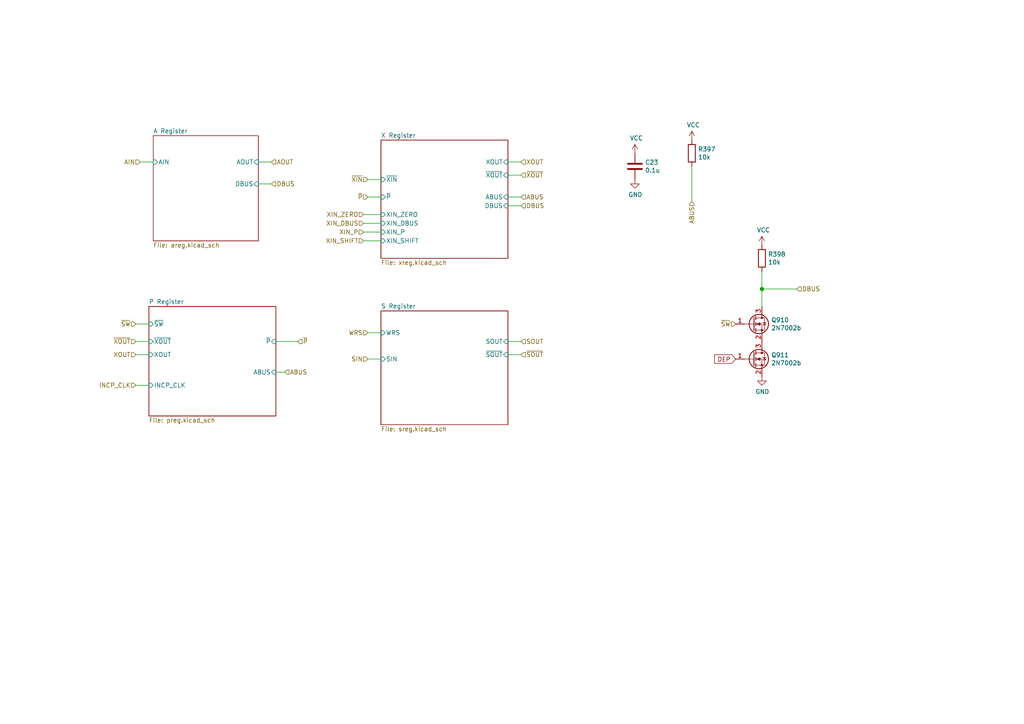
<source format=kicad_sch>
(kicad_sch (version 20210126) (generator eeschema)
  (paper "A4")
  (title_block (title "Q2 Bit Slice") (date "2021-02-05") (rev "1") (company "joewing.net"))
  (lib_symbols
    (symbol "Device:C" (pin_numbers hide) (pin_names (offset 0.254))
      (property "Reference" "C" (at 0.635 2.54 0))
      (property "Value" "C" (at 0.635 -2.54 0))
      (symbol "C_0_1"
        (polyline (pts (xy -2.032 -0.762) (xy 2.032 -0.762)) (stroke (width 0.508)))
        (polyline (pts (xy -2.032 0.762) (xy 2.032 0.762)) (stroke (width 0.508)))
      )
      (symbol "C_1_1"
        (pin passive line (at 0 3.81 270) (length 2.794) (name "~") (number "1"))
        (pin passive line (at 0 -3.81 90) (length 2.794) (name "~") (number "2"))
      )
    )
    (symbol "Device:R" (pin_numbers hide) (pin_names (offset 0))
      (property "Reference" "R" (at 2.032 0 90))
      (property "Value" "R" (at 0 0 90))
      (symbol "R_0_1"
        (rectangle (start -1.016 -2.54) (end 1.016 2.54) (stroke (width 0.254)))
      )
      (symbol "R_1_1"
        (pin passive line (at 0 3.81 270) (length 1.27) (name "~") (number "1"))
        (pin passive line (at 0 -3.81 90) (length 1.27) (name "~") (number "2"))
      )
    )
    (symbol "Transistor_FET:2N7002" (pin_names hide)
      (property "Reference" "Q" (at 5.08 1.905 0))
      (property "Value" "2N7002" (at 5.08 0 0))
      (symbol "2N7002_0_1"
        (circle (center 1.651 0) (radius 2.794) (stroke (width 0.254)))
        (circle (center 2.54 -1.778) (radius 0.254) (fill (type outline)))
        (circle (center 2.54 1.778) (radius 0.254) (fill (type outline)))
        (polyline (pts (xy 0.254 0) (xy -2.54 0)))
        (polyline (pts (xy 0.254 1.905) (xy 0.254 -1.905)) (stroke (width 0.254)))
        (polyline (pts (xy 0.762 -1.27) (xy 0.762 -2.286)) (stroke (width 0.254)))
        (polyline (pts (xy 0.762 0.508) (xy 0.762 -0.508)) (stroke (width 0.254)))
        (polyline (pts (xy 0.762 2.286) (xy 0.762 1.27)) (stroke (width 0.254)))
        (polyline (pts (xy 2.54 2.54) (xy 2.54 1.778)))
        (polyline (pts (xy 2.54 -2.54) (xy 2.54 0) (xy 0.762 0)))
        (polyline (pts (xy 0.762 -1.778) (xy 3.302 -1.778) (xy 3.302 1.778) (xy 0.762 1.778)))
        (polyline (pts (xy 1.016 0) (xy 2.032 0.381) (xy 2.032 -0.381) (xy 1.016 0)) (fill (type outline)))
        (polyline (pts (xy 2.794 0.508) (xy 2.921 0.381) (xy 3.683 0.381) (xy 3.81 0.254)))
        (polyline (pts (xy 3.302 0.381) (xy 2.921 -0.254) (xy 3.683 -0.254) (xy 3.302 0.381)))
      )
      (symbol "2N7002_1_1"
        (pin input line (at -5.08 0 0) (length 2.54) (name "G") (number "1"))
        (pin passive line (at 2.54 -5.08 90) (length 2.54) (name "S") (number "2"))
        (pin passive line (at 2.54 5.08 270) (length 2.54) (name "D") (number "3"))
      )
    )
    (symbol "power:GND" (power) (pin_names (offset 0))
      (property "Value" "GND" (at 0 -3.81 0))
      (symbol "GND_0_1"
        (polyline (pts (xy 0 0) (xy 0 -1.27) (xy 1.27 -1.27) (xy 0 -2.54) (xy -1.27 -1.27) (xy 0 -1.27)))
      )
      (symbol "GND_1_1"
        (pin power_in line (at 0 0 270) (length 0) hide (name "GND") (number "1"))
      )
    )
    (symbol "power:VCC" (power) (pin_names (offset 0))
      (property "Value" "VCC" (at 0 3.81 0))
      (symbol "VCC_0_1"
        (polyline (pts (xy -0.762 1.27) (xy 0 2.54)))
        (polyline (pts (xy 0 0) (xy 0 2.54)))
        (polyline (pts (xy 0 2.54) (xy 0.762 1.27)))
      )
      (symbol "VCC_1_1"
        (pin power_in line (at 0 0 90) (length 0) hide (name "VCC") (number "1"))
      )
    )
  )
  (junction (at 220.98 83.82) (diameter 1.016))
  (wire (pts (xy 39.37 93.98) (xy 43.18 93.98)))
  (wire (pts (xy 39.37 99.06) (xy 43.18 99.06)))
  (wire (pts (xy 39.37 102.87) (xy 43.18 102.87)))
  (wire (pts (xy 39.37 111.76) (xy 43.18 111.76)))
  (wire (pts (xy 44.45 46.99) (xy 40.64 46.99)))
  (wire (pts (xy 78.74 46.99) (xy 74.93 46.99)))
  (wire (pts (xy 78.74 53.34) (xy 74.93 53.34)))
  (wire (pts (xy 80.01 99.06) (xy 86.36 99.06)))
  (wire (pts (xy 80.01 107.95) (xy 82.55 107.95)))
  (wire (pts (xy 105.41 62.23) (xy 110.49 62.23)))
  (wire (pts (xy 105.41 64.77) (xy 110.49 64.77)))
  (wire (pts (xy 105.41 67.31) (xy 110.49 67.31)))
  (wire (pts (xy 105.41 69.85) (xy 110.49 69.85)))
  (wire (pts (xy 106.68 52.07) (xy 110.49 52.07)))
  (wire (pts (xy 106.68 57.15) (xy 110.49 57.15)))
  (wire (pts (xy 106.68 96.52) (xy 110.49 96.52)))
  (wire (pts (xy 106.68 104.14) (xy 110.49 104.14)))
  (wire (pts (xy 147.32 46.99) (xy 151.13 46.99)))
  (wire (pts (xy 147.32 50.8) (xy 151.13 50.8)))
  (wire (pts (xy 147.32 57.15) (xy 151.13 57.15)))
  (wire (pts (xy 147.32 99.06) (xy 151.13 99.06)))
  (wire (pts (xy 147.32 102.87) (xy 151.13 102.87)))
  (wire (pts (xy 151.13 59.69) (xy 147.32 59.69)))
  (wire (pts (xy 200.66 48.26) (xy 200.66 58.42)))
  (wire (pts (xy 220.98 83.82) (xy 220.98 78.74)))
  (wire (pts (xy 220.98 83.82) (xy 231.14 83.82)))
  (wire (pts (xy 220.98 88.9) (xy 220.98 83.82)))
  (global_label "DEP" (shape input) (at 213.36 104.14 180) (property "Intersheet References" "${INTERSHEET_REFS}" (effects hide)))
  (hierarchical_label "~SW" (shape input) (at 39.37 93.98 180))
  (hierarchical_label "~XOUT" (shape input) (at 39.37 99.06 180))
  (hierarchical_label "XOUT" (shape input) (at 39.37 102.87 180))
  (hierarchical_label "INCP_CLK" (shape input) (at 39.37 111.76 180))
  (hierarchical_label "AIN" (shape input) (at 40.64 46.99 180))
  (hierarchical_label "AOUT" (shape input) (at 78.74 46.99 0))
  (hierarchical_label "DBUS" (shape input) (at 78.74 53.34 0))
  (hierarchical_label "ABUS" (shape input) (at 82.55 107.95 0))
  (hierarchical_label "~P" (shape input) (at 86.36 99.06 0))
  (hierarchical_label "XIN_ZERO" (shape input) (at 105.41 62.23 180))
  (hierarchical_label "XIN_DBUS" (shape input) (at 105.41 64.77 180))
  (hierarchical_label "XIN_P" (shape input) (at 105.41 67.31 180))
  (hierarchical_label "XIN_SHIFT" (shape input) (at 105.41 69.85 180))
  (hierarchical_label "~XIN" (shape input) (at 106.68 52.07 180))
  (hierarchical_label "~P" (shape input) (at 106.68 57.15 180))
  (hierarchical_label "WRS" (shape input) (at 106.68 96.52 180))
  (hierarchical_label "SIN" (shape input) (at 106.68 104.14 180))
  (hierarchical_label "XOUT" (shape input) (at 151.13 46.99 0))
  (hierarchical_label "~XOUT" (shape input) (at 151.13 50.8 0))
  (hierarchical_label "ABUS" (shape input) (at 151.13 57.15 0))
  (hierarchical_label "DBUS" (shape input) (at 151.13 59.69 0))
  (hierarchical_label "SOUT" (shape input) (at 151.13 99.06 0))
  (hierarchical_label "~SOUT" (shape input) (at 151.13 102.87 0))
  (hierarchical_label "ABUS" (shape input) (at 200.66 58.42 270))
  (hierarchical_label "~SW" (shape input) (at 213.36 93.98 180))
  (hierarchical_label "DBUS" (shape input) (at 231.14 83.82 0))
  (symbol (lib_id "power:VCC") (at 184.15 44.45 0)
    (property "Reference" "#PWR0843" (effects hide))
    (property "Value" "VCC" (at 184.5818 40.0558 0))
  )
  (symbol (lib_id "power:VCC") (at 200.66 40.64 0)
    (property "Reference" "#PWR0842" (effects hide))
    (property "Value" "VCC" (at 201.0918 36.2458 0))
  )
  (symbol (lib_id "power:VCC") (at 220.98 71.12 0)
    (property "Reference" "#PWR0845" (effects hide))
    (property "Value" "VCC" (at 221.4118 66.7258 0))
  )
  (symbol (lib_id "power:GND") (at 184.15 52.07 0)
    (property "Reference" "#PWR0844" (effects hide))
    (property "Value" "GND" (at 184.277 56.4642 0))
  )
  (symbol (lib_id "power:GND") (at 220.98 109.22 0)
    (property "Reference" "#PWR0846" (effects hide))
    (property "Value" "GND" (at 221.107 113.6142 0))
  )
  (symbol (lib_id "Device:R") (at 200.66 44.45 0)
    (property "Reference" "R397" (at 202.438 43.2816 0) (effects (justify left)))
    (property "Value" "10k" (at 202.438 45.593 0) (effects (justify left)))
    (property "Footprint" "Resistor_SMD:R_0805_2012Metric" (effects hide))
    (property "LCSC" "C17414" (effects hide))
  )
  (symbol (lib_id "Device:R") (at 220.98 74.93 0)
    (property "Reference" "R398" (at 222.758 73.7616 0) (effects (justify left)))
    (property "Value" "10k" (at 222.758 76.073 0) (effects (justify left)))
    (property "Footprint" "Resistor_SMD:R_0805_2012Metric" (effects hide))
    (property "LCSC" "C17414" (effects hide))
  )
  (symbol (lib_id "Device:C") (at 184.15 48.26 0)
    (property "Reference" "C23" (at 187.071 47.0916 0) (effects (justify left)))
    (property "Value" "0.1u" (at 187.071 49.403 0) (effects (justify left)))
    (property "Footprint" "Capacitor_SMD:C_0805_2012Metric" (effects hide))
    (property "LCSC" "C49678" (effects hide))
  )
  (symbol (lib_id "Transistor_FET:2N7002") (at 218.44 93.98 0)
    (property "Reference" "Q910" (at 223.6724 92.8116 0) (effects (justify left)))
    (property "Value" "2N7002b" (at 223.672 95.123 0) (effects (justify left)))
    (property "Footprint" "Package_TO_SOT_SMD:SOT-23" (effects hide))
    (property "Datasheet" "https://www.fairchildsemi.com/datasheets/2N/2N7002.pdf" (effects hide))
    (property "LCSC" "C8545" (effects hide))
  )
  (symbol (lib_id "Transistor_FET:2N7002") (at 218.44 104.14 0)
    (property "Reference" "Q911" (at 223.6724 102.9716 0) (effects (justify left)))
    (property "Value" "2N7002b" (at 223.672 105.283 0) (effects (justify left)))
    (property "Footprint" "Package_TO_SOT_SMD:SOT-23" (effects hide))
    (property "Datasheet" "https://www.fairchildsemi.com/datasheets/2N/2N7002.pdf" (effects hide))
    (property "LCSC" "C8545" (effects hide))
  )
  (sheet (at 44.45 39.37) (size 30.48 30.48)
    (property "Sheet name" "A Register" (at 44.45 38.7345 0) (effects (justify left bottom)))
    (property "Sheet file" "areg.kicad_sch" (at 44.45 70.3585 0) (effects (justify left top)))
    (pin "AIN" input (at 44.45 46.99 180))
    (pin "AOUT" input (at 74.93 46.99 0))
    (pin "DBUS" input (at 74.93 53.34 0))
  )
  (sheet (at 43.18 88.9) (size 36.83 31.75)
    (property "Sheet name" "P Register" (at 43.18 88.2645 0) (effects (justify left bottom)))
    (property "Sheet file" "preg.kicad_sch" (at 43.18 121.1585 0) (effects (justify left top)))
    (pin "~XOUT" input (at 43.18 99.06 180))
    (pin "~SW" input (at 43.18 93.98 180))
    (pin "XOUT" input (at 43.18 102.87 180))
    (pin "ABUS" input (at 80.01 107.95 0))
    (pin "~P" input (at 80.01 99.06 0))
    (pin "INCP_CLK" input (at 43.18 111.76 180))
  )
  (sheet (at 110.49 90.17) (size 36.83 33.02)
    (property "Sheet name" "S Register" (at 110.49 89.5345 0) (effects (justify left bottom)))
    (property "Sheet file" "sreg.kicad_sch" (at 110.49 123.6985 0) (effects (justify left top)))
    (pin "~SOUT" input (at 147.32 102.87 0))
    (pin "SOUT" input (at 147.32 99.06 0))
    (pin "SIN" input (at 110.49 104.14 180))
    (pin "WRS" input (at 110.49 96.52 180))
  )
  (sheet (at 110.49 40.64) (size 36.83 34.29)
    (property "Sheet name" "X Register" (at 110.49 40.0045 0) (effects (justify left bottom)))
    (property "Sheet file" "xreg.kicad_sch" (at 110.49 75.4385 0) (effects (justify left top)))
    (pin "DBUS" input (at 147.32 59.69 0))
    (pin "XOUT" input (at 147.32 46.99 0))
    (pin "~P" input (at 110.49 57.15 180))
    (pin "~XIN" input (at 110.49 52.07 180))
    (pin "ABUS" input (at 147.32 57.15 0))
    (pin "~XOUT" input (at 147.32 50.8 0))
    (pin "XIN_ZERO" input (at 110.49 62.23 180))
    (pin "XIN_DBUS" input (at 110.49 64.77 180))
    (pin "XIN_P" input (at 110.49 67.31 180))
    (pin "XIN_SHIFT" input (at 110.49 69.85 180))
  )
)
</source>
